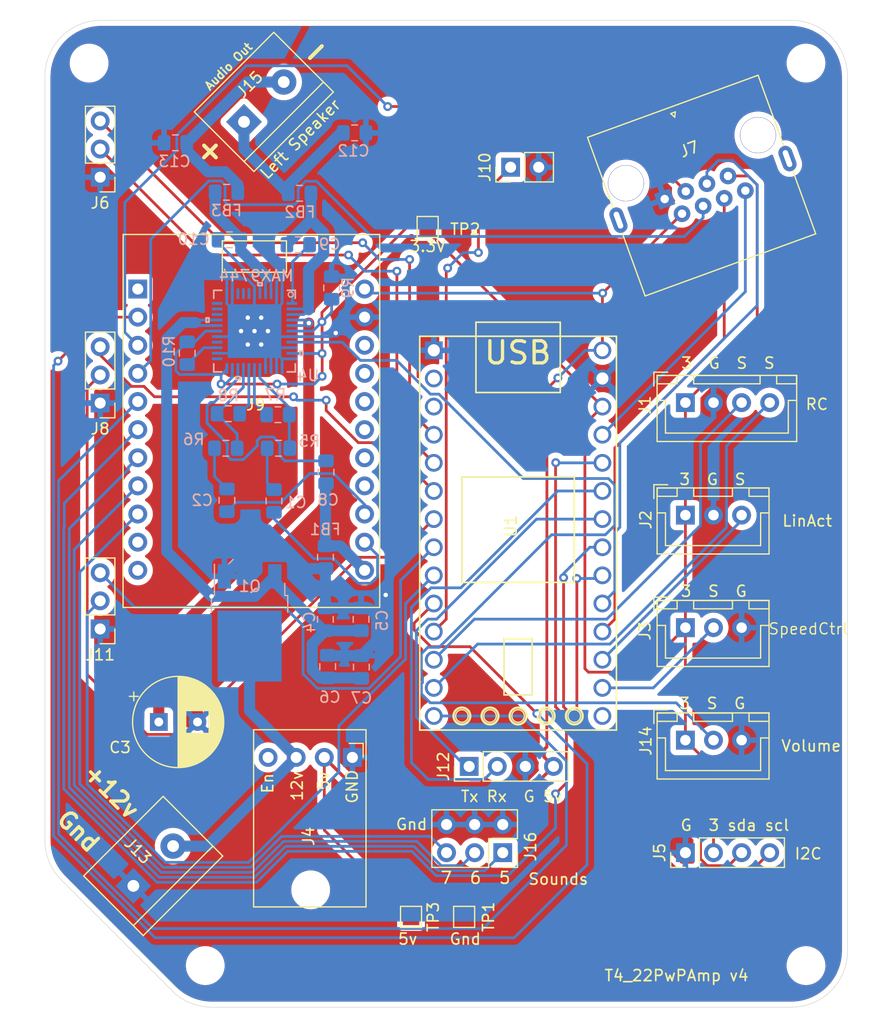
<source format=kicad_pcb>
(kicad_pcb (version 20211014) (generator pcbnew)
  (layers (0 "F.Cu" signal) (31 "B.Cu" signal) (34 "B.Paste" user) (35 "F.Paste" user) (36 "B.SilkS" user "B.Silkscreen") (37 "F.SilkS" user "F.Silkscreen") (38 "B.Mask" user) (39 "F.Mask" user) (44 "Edge.Cuts" user))
  (net 0 "")
  (net 1 "+5V")
  (net 2 "GND")
  (net 3 "+3V3")
  (net 13 "+12V")
  (net 14 "LeftIN")
  (net 15 "Net-(C1-Pad1)")
  (net 16 "Net-(C2-Pad1)")
  (net 17 "RightIN")
  (net 18 "Net-(C3-Pad1)")
  (net 19 "GNDA")
  (net 20 "Net-(C8-Pad1)")
  (net 21 "Net-(C9-Pad2)")
  (net 22 "Net-(C9-Pad1)")
  (net 23 "Net-(C10-Pad1)")
  (net 24 "Net-(C10-Pad2)")
  (net 25 "Net-(C12-Pad2)")
  (net 26 "Net-(C13-Pad1)")
  (net 27 "Net-(R5-Pad1)")
  (net 28 "Net-(R6-Pad1)")
  (net 29 "Net-(R7-Pad1)")
  (net 30 "Net-(R8-Pad1)")
  (net 31 "Net-(R10-Pad1)")
  (net 40 "LinAct_Position")
  (net 41 "SpeedCtrl")
  (net 42 "I2C_SDA")
  (net 43 "I2C_SCL")
  (net 44 "Steering")
  (net 45 "Throttle")
  (net 46 "Sound2")
  (net 47 "Sound1")
  (net 50 "RCPWMThrottle")
  (net 51 "RCPWMSteering")
  (net 52 "Left_DIR")
  (net 53 "Left_PWM")
  (net 54 "ActiveSW")
  (net 55 "Right_DIR")
  (net 56 "Right_PWM")
  (net 57 "LinAct_PWM")
  (net 58 "LinAct_DIR")
  (net 60 "VOL")
  (net 62 "PgSwitch")
  (net 63 "TxA6")
  (net 64 "RxA7")
  (net 65 "Sound0")
  (net 66 "Sound3")
  (net 67 "Sound4")
  (net 68 "Sound5")
  (net 69 "Sound6")
  (net 70 "Sound7")
  (footprint "Useful Modifications:TerminalBlock_bornier-2_P5.08mm" (layer "F.Cu") (at 116.2 147 45)
    (fp_text reference "J13")
    (fp_text value "Main Power")
  )
  (footprint "TestPoint:TestPoint_Pad_1.5x1.5mm" (layer "F.Cu") (at 146.1 149.8 90)
    (fp_text reference "TP1")
    (fp_text value "Gnd")
  )
  (footprint "Useful Modifications:TerminalBlock_bornier-2_P5.08mm" (layer "F.Cu") (at 126.2 78 45)
    (fp_text reference "J15")
    (fp_text value "Left Speaker")
  )
  (footprint "Connector_PinHeader_2.54mm:PinHeader_1x03_P2.54mm_Vertical" (layer "F.Cu") (at 113.2 83 180)
    (fp_text reference "J6")
    (fp_text value "Left_M1")
  )
  (footprint "Connector_PinHeader_2.54mm:PinHeader_1x03_P2.54mm_Vertical" (layer "F.Cu") (at 113.2 103.4 180)
    (fp_text reference "J8")
    (fp_text value "Right_M2")
  )
  (footprint "Connector_PinHeader_2.54mm:PinHeader_1x03_P2.54mm_Vertical" (layer "F.Cu") (at 113.2 123.8 180)
    (fp_text reference "J11")
    (fp_text value "LinAct_M3")
  )
  (footprint "Capacitor_THT:CP_Radial_D8.0mm_P3.50mm" (layer "F.Cu") (at 118.5 132.2)
    (fp_text reference "C3")
    (fp_text value "470µF")
  )
  (footprint "Useful Modifications:FXSound_2x11_P2.54mm_Short" (layer "F.Cu") (at 116.6 93.1)
    (fp_text reference "J9")
    (fp_text value "22Pin_FXSound")
  )
  (footprint "TestPoint:TestPoint_Pad_1.5x1.5mm" (layer "F.Cu") (at 142.8 87.5)
    (fp_text reference "TP2")
    (fp_text value "3.3V")
  )
  (footprint "Useful Modifications:AdaFruit_MPM3610" (layer "F.Cu") (at 136 135.4 -90)
    (fp_text reference "J4")
    (fp_text value "Power Input")
  )
  (footprint "MountingHole:MountingHole_2.5mm" (layer "F.Cu") (at 177 72.7)
    (fp_text reference "REF**" hide)
    (fp_text value "MountingHole_2.5mm")
  )
  (footprint "MountingHole:MountingHole_2.5mm" (layer "F.Cu") (at 122.7 154.2)
    (fp_text reference "REF**" hide)
    (fp_text value "MountingHole_2.5mm")
  )
  (footprint "Useful Modifications:RJ45_x08_Tab_Up" (layer "F.Cu") (at 166.55 80.3 -160)
    (fp_text reference "J7")
    (fp_text value "8P8C")
  )
  (footprint "Connector_PinHeader_2.54mm:PinHeader_1x04_P2.54mm_Vertical" (layer "F.Cu") (at 166.1 144 90)
    (fp_text reference "J5")
    (fp_text value "I2C")
  )
  (footprint "TestPoint:TestPoint_Pad_1.5x1.5mm" (layer "F.Cu") (at 141.3 149.8 -90)
    (fp_text reference "TP3")
    (fp_text value "5v")
  )
  (footprint "Useful Modifications:Teensy40_NoMid" (layer "F.Cu") (at 150.85 114.64 -90)
    (fp_text reference "U1")
    (fp_text value "Teensy4.0_NoMid")
  )
  (footprint "Connector_PinHeader_2.54mm:PinHeader_1x02_P2.54mm_Vertical" (layer "F.Cu") (at 150.3 82.1 90)
    (fp_text reference "J10")
    (fp_text value "Conn_01x02_Male")
  )
  (footprint "Connector_PinHeader_2.54mm:PinHeader_1x04_P2.54mm_Vertical" (layer "F.Cu") (at 146.5547 136.21236 90)
    (fp_text reference "J12")
    (fp_text value "Conn_01x04_Male")
  )
  (footprint "Useful Modifications:JST_XH_B4B-XH-A_1x04_P2.54mm_Vertical" (layer "F.Cu") (at 166.1 103.36)
    (fp_text reference "J1")
    (fp_text value "RC")
  )
  (footprint "Useful Modifications:JST_XH_B3B-XH-A_1x03_P2.54mm_Vertical" (layer "F.Cu") (at 166.1 113.52)
    (fp_text reference "J2")
    (fp_text value "LinAct")
  )
  (footprint "Useful Modifications:JST_XH_B3B-XH-A_1x03_P2.54mm_Vertical" (layer "F.Cu") (at 166.1 123.68)
    (fp_text reference "J3")
    (fp_text value "SpeedCtrl")
  )
  (footprint "Useful Modifications:JST_XH_B3B-XH-A_1x03_P2.54mm_Vertical" (layer "F.Cu") (at 166.1 133.84)
    (fp_text reference "J14")
    (fp_text value "Volume")
  )
  (footprint "MountingHole:MountingHole_2.5mm" (layer "F.Cu") (at 112.2 72.7)
    (fp_text reference "REF**" hide)
    (fp_text value "MountingHole_2.5mm")
  )
  (footprint "MountingHole:MountingHole_2.5mm" (layer "F.Cu") (at 177 154.2)
    (fp_text reference "REF**" hide)
    (fp_text value "MountingHole_2.5mm")
  )
  (footprint "Connector_PinSocket_2.54mm:PinSocket_2x03_P2.54mm_Vertical" (layer "F.Cu") (at 149.59 144 -90)
    (fp_text reference "J16")
    (fp_text value "Additional Sound Header")
  )
  (footprint "Resistor_SMD:R_0805_2012Metric_Pad1.15x1.40mm_HandSolder" (layer "B.Cu") (at 121.06586 98.8959 90)
    (fp_text reference "R10")
    (fp_text value "10K")
  )
  (footprint "Useful Modifications:max9744eth&plus_Mod" (layer "B.Cu") (at 127.15 96.9 180)
    (fp_text reference "U4")
    (fp_text value "MAX9744")
  )
  (footprint "Resistor_SMD:R_0805_2012Metric_Pad1.15x1.40mm_HandSolder" (layer "B.Cu") (at 134.124 92.9994 90)
    (fp_text reference "R9")
    (fp_text value "10K")
  )
  (footprint "Resistor_SMD:R_0805_2012Metric_Pad1.15x1.40mm_HandSolder" (layer "B.Cu") (at 124.78442 104.35944 180)
    (fp_text reference "R8")
    (fp_text value "20K")
  )
  (footprint "Resistor_SMD:R_0805_2012Metric_Pad1.15x1.40mm_HandSolder" (layer "B.Cu") (at 124.55836 107.4811 180)
    (fp_text reference "R6")
    (fp_text value "20K")
  )
  (footprint "Resistor_SMD:R_0805_2012Metric_Pad1.15x1.40mm_HandSolder" (layer "B.Cu") (at 129.26752 104.44834)
    (fp_text reference "R7")
    (fp_text value "20K")
  )
  (footprint "Useful Modifications:TO-252-2pin3D" (layer "B.Cu") (at 126.7082 123.2514 -90)
    (fp_text reference "Q1")
    (fp_text value "AOD417")
  )
  (footprint "Resistor_SMD:R_0805_2012Metric_Pad1.15x1.40mm_HandSolder" (layer "B.Cu") (at 129.31832 107.4811 180)
    (fp_text reference "R5")
    (fp_text value "20K")
  )
  (footprint "Inductor_SMD:L_0805_2012Metric_Pad1.15x1.40mm_HandSolder" (layer "B.Cu") (at 131.22586 84.456 180)
    (fp_text reference "FB2")
    (fp_text value "MPZ2012S221AT00")
  )
  (footprint "Capacitor_SMD:C_0805_2012Metric_Pad1.15x1.40mm_HandSolder" (layer "B.Cu") (at 136.81132 127.23722 -90)
    (fp_text reference "C7")
    (fp_text value "0.1µF")
  )
  (footprint "Capacitor_SMD:C_0805_2012Metric_Pad1.15x1.40mm_HandSolder" (layer "B.Cu") (at 124.88094 88.65462 180)
    (fp_text reference "C10")
    (fp_text value "0.1µF")
  )
  (footprint "Capacitor_SMD:C_0805_2012Metric_Pad1.15x1.40mm_HandSolder" (layer "B.Cu") (at 133.61854 109.64264 -90)
    (fp_text reference "C8")
    (fp_text value "2.2µF")
  )
  (footprint "Capacitor_SMD:C_0805_2012Metric_Pad1.15x1.40mm_HandSolder" (layer "B.Cu") (at 131.10648 89.10166)
    (fp_text reference "C9")
    (fp_text value "0.1µF")
  )
  (footprint "Capacitor_SMD:C_0805_2012Metric_Pad1.15x1.40mm_HandSolder" (layer "B.Cu") (at 136.78184 122.92912 -90)
    (fp_text reference "C5")
    (fp_text value "10µF")
  )
  (footprint "Capacitor_SMD:C_0805_2012Metric_Pad1.15x1.40mm_HandSolder" (layer "B.Cu") (at 133.55604 122.92912 -90)
    (fp_text reference "C4")
    (fp_text value "10µF")
  )
  (footprint "Capacitor_SMD:C_0805_2012Metric_Pad1.15x1.40mm_HandSolder" (layer "B.Cu") (at 120 79.8967 180)
    (fp_text reference "C13")
    (fp_text value "470pF")
  )
  (footprint "Capacitor_SMD:C_0805_2012Metric_Pad1.15x1.40mm_HandSolder" (layer "B.Cu") (at 128.91192 112.24106 -90)
    (fp_text reference "C1")
    (fp_text value "0.47µF")
  )
  (footprint "Inductor_SMD:L_0805_2012Metric_Pad1.15x1.40mm_HandSolder" (layer "B.Cu") (at 133.5652 117.3236 -90)
    (fp_text reference "FB1")
    (fp_text value "MPZ2012S221AT00")
  )
  (footprint "Inductor_SMD:L_0805_2012Metric_Pad1.15x1.40mm_HandSolder" (layer "B.Cu") (at 124.61424 84.36456)
    (fp_text reference "FB3")
    (fp_text value "MPZ2012S221AT00")
  )
  (footprint "Capacitor_SMD:C_0805_2012Metric_Pad1.15x1.40mm_HandSolder" (layer "B.Cu") (at 133.76586 127.19658 -90)
    (fp_text reference "C6")
    (fp_text value "0.1µF")
  )
  (footprint "Capacitor_SMD:C_0805_2012Metric_Pad1.15x1.40mm_HandSolder" (layer "B.Cu") (at 124.65742 112.1801 -90)
    (fp_text reference "C2")
    (fp_text value "0.47µF")
  )
  (footprint "Capacitor_SMD:C_0805_2012Metric_Pad1.15x1.40mm_HandSolder" (layer "B.Cu") (at 136.2 79 180)
    (fp_text reference "C12")
    (fp_text value "470pF")
  )
  (gr_arc (start 175.674 68.834) (mid 179.266102 70.321898) (end 180.754 73.914) (layer "Edge.Cuts") (width 0.05))
  (gr_line (start 113.284 68.834) (end 175.674 68.834) (layer "Edge.Cuts") (width 0.05))
  (gr_line (start 108.204 73.914) (end 108.2035 142.875) (layer "Edge.Cuts") (width 0.05))
  (gr_line (start 180.754 152.875) (end 180.754 73.914) (layer "Edge.Cuts") (width 0.05))
  (gr_arc (start 180.754 152.875) (mid 179.265925 156.467279) (end 175.6735 157.955) (layer "Edge.Cuts") (width 0.05))
  (gr_arc (start 109.691398 146.467102) (mid 108.590193 144.819032) (end 108.2035 142.875) (layer "Edge.Cuts") (width 0.05))
  (gr_arc (start 108.204 73.914) (mid 109.691898 70.321898) (end 113.284 68.834) (layer "Edge.Cuts") (width 0.05))
  (gr_line (start 123.2835 157.955) (end 175.6735 157.955) (layer "Edge.Cuts") (width 0.05))
  (gr_arc (start 123.2835 157.955) (mid 121.339468 157.568308) (end 119.691398 156.467102) (layer "Edge.Cuts") (width 0.05))
  (gr_line (start 109.691398 146.467102) (end 119.691398 156.467102) (layer "Edge.Cuts") (width 0.05))
  (gr_text "Gnd" (at 111.225 142.05 315) (layer "F.SilkS") (effects (font (size 1.5 1.5) (thickness 0.3))))
  (gr_text "Audio Out" (at 124.8 73 45) (layer "F.SilkS") (effects (font (size 0.75 0.75))))
  (gr_text "3  G  S  S" (at 165.63 99.79) (layer "F.SilkS") (effects (font (size 1 1)) (justify left)))
  (gr_text "3  G  S" (at 165.47 110.29) (layer "F.SilkS") (effects (font (size 1 1)) (justify left)))
  (gr_text "3  S  G" (at 165.46 130.52) (layer "F.SilkS") (effects (font (size 1 1)) (justify left)))
  (gr_text "G  3 sda scl" (at 165.575 141.525) (layer "F.SilkS") (effects (font (size 1 1)) (justify left)))
  (gr_text "3  S  G" (at 165.59 120.39) (layer "F.SilkS") (effects (font (size 1 1)) (justify left)))
  (gr_text "+12v" (at 114.225 138.45 315) (layer "F.SilkS") (effects (font (size 1.5 1.5) (thickness 0.3))))
  (gr_text "USB" (at 150.95 98.86) (layer "F.SilkS") (effects (font (size 2 2) (thickness 0.3))))
  (gr_text "Gnd" (at 141.351 141.44244) (layer "F.SilkS") (effects (font (size 1 1))))
  (gr_text "+" (at 123.025 80.575 45) (layer "F.SilkS") (effects (font (size 2 2) (thickness 0.35))))
  (gr_text "Tx Rx  G 5v" (at 150.3807 138.92276) (layer "F.SilkS") (effects (font (size 1 1))))
  (gr_text "T4_22PwPAmp v4" (at 165.3 155.1) (layer "F.SilkS") (effects (font (size 1 1))))
  (gr_text "Sounds" (at 154.61 146.39) (layer "F.SilkS") (effects (font (size 1 1))))
  (gr_text "7  6  5" (at 147.13 146.28) (layer "F.SilkS") (effects (font (size 1.0668 1.0668) (thickness 0.1524))))
  (gr_text "-" (at 132.6 71.6 45) (layer "F.SilkS") (effects (font (size 2 2) (thickness 0.35))))
  (segment (start 158.622201 93.472201) (end 165.795315 86.299087) (width 0.25) (layer "F.Cu") (net 1))
  (segment (start 151.40842 138.97864) (end 154.1747 136.21236) (width 0.3) (layer "F.Cu") (net 1))
  (segment (start 153.57094 134.44728) (end 153.324701 134.693519) (width 0.3) (layer "F.Cu") (net 1))
  (segment (start 153.324701 135.362361) (end 154.1747 136.21236) (width 0.3) (layer "F.Cu") (net 1))
  (segment (start 133.46 141.96) (end 141.3 149.8) (width 0.25) (layer "F.Cu") (net 1))
  (segment (start 133.46 135.4) (end 133.46 141.96) (width 0.25) (layer "F.Cu") (net 1))
  (segment (start 133.46 135.4) (end 137.03864 138.97864) (width 0.3) (layer "F.Cu") (net 1))
  (segment (start 153.584999 102.115001) (end 153.57094 134.44728) (width 0.25) (layer "F.Cu") (net 1))
  (segment (start 153.324701 134.693519) (end 153.324701 135.362361) (width 0.3) (layer "F.Cu") (net 1))
  (segment (start 154.57 101.13) (end 153.584999 102.115001) (width 0.25) (layer "F.Cu") (net 1))
  (segment (start 158.597 98.638) (end 158.597 93.497402) (width 0.25) (layer "F.Cu") (net 1))
  (segment (start 137.03864 138.97864) (end 151.40842 138.97864) (width 0.3) (layer "F.Cu") (net 1))
  (via (at 158.622201 93.472201) (size 0.8) (drill 0.4) (layers "F.Cu" "B.Cu") (net 1))
  (via (at 154.57 101.13) (size 0.8) (drill 0.4) (layers "F.Cu" "B.Cu") (net 1))
  (segment (start 137.472201 93.472201) (end 137.1 93.1) (width 0.25) (layer "B.Cu") (net 1))
  (segment (start 157.062 98.638) (end 158.597 98.638) (width 0.25) (layer "B.Cu") (net 1))
  (segment (start 154.57 101.13) (end 157.062 98.638) (width 0.25) (layer "B.Cu") (net 1))
  (segment (start 158.622201 93.472201) (end 137.472201 93.472201) (width 0.25) (layer "B.Cu") (net 1))
  (via (at 139.01 120.73) (size 0.8) (drill 0.4) (layers "F.Cu" "B.Cu") (net 2))
  (via (at 134.493 97.075) (size 0.8) (drill 0.4) (layers "F.Cu" "B.Cu") (net 2))
  (segment (start 129.639 100.3476) (end 129.639 99.402) (width 0.25) (layer "B.Cu") (net 2))
  (segment (start 129.139001 93.4564) (end 129.139001 94.901999) (width 0.25) (layer "B.Cu") (net 2))
  (segment (start 129.139001 94.901999) (end 127.139 96.902) (width 0.25) (layer "B.Cu") (net 2))
  (segment (start 130.5846 99.402) (end 129.639 99.402) (width 0.25) (layer "B.Cu") (net 2))
  (segment (start 128.139001 97.902001) (end 127.139 96.902) (width 0.25) (layer "B.Cu") (net 2))
  (segment (start 133.55604 120.22836) (end 133.55604 118.35776) (width 1) (layer "B.Cu") (net 2))
  (segment (start 129.639 93.4564) (end 129.639 94.402) (width 0.25) (layer "B.Cu") (net 2))
  (segment (start 127.638999 97.401999) (end 127.139 96.902) (width 0.25) (layer "B.Cu") (net 2))
  (segment (start 130.5846 97.401999) (end 127.638999 97.401999) (width 0.25) (layer "B.Cu") (net 2))
  (segment (start 124.639 93.4564) (end 124.639 94.402) (width 0.25) (layer "B.Cu") (net 2))
  (segment (start 129.139001 100.3476) (end 129.139001 98.902001) (width 0.25) (layer "B.Cu") (net 2))
  (segment (start 126.639001 97.401999) (end 127.139 96.902) (width 0.25) (layer "B.Cu") (net 2))
  (segment (start 129.639 99.402) (end 127.139 96.902) (width 0.25) (layer "B.Cu") (net 2))
  (segment (start 128.139001 100.3476) (end 128.139001 97.902001) (width 0.25) (layer "B.Cu") (net 2))
  (segment (start 127.139 93.4564) (end 127.139 96.902) (width 0.25) (layer "B.Cu") (net 2))
  (segment (start 129.139001 98.902001) (end 127.139 96.902) (width 0.25) (layer "B.Cu") (net 2))
  (segment (start 130.5846 98.402) (end 128.639 98.402) (width 0.25) (layer "B.Cu") (net 2))
  (segment (start 123.6934 98.902001) (end 125.138999 98.902001) (width 0.25) (layer "B.Cu") (net 2))
  (segment (start 128.639 98.402) (end 127.139 96.902) (width 0.25) (layer "B.Cu") (net 2))
  (segment (start 125.138999 98.902001) (end 127.139 96.902) (width 0.25) (layer "B.Cu") (net 2))
  (segment (start 123.6934 97.401999) (end 126.639001 97.401999) (width 0.25) (layer "B.Cu") (net 2))
  (segment (start 128.639 100.3476) (end 128.639 98.402) (width 0.25) (layer "B.Cu") (net 2))
  (segment (start 124.639 94.402) (end 127.139 96.902) (width 0.25) (layer "B.Cu") (net 2))
  (segment (start 125.138999 93.4564) (end 125.138999 94.901999) (width 0.25) (layer "B.Cu") (net 2))
  (segment (start 129.639 94.402) (end 127.139 96.902) (width 0.25) (layer "B.Cu") (net 2))
  (segment (start 125.138999 94.901999) (end 127.139 96.902) (width 0.25) (layer "B.Cu") (net 2))
  (segment (start 133.8065 126.21222) (end 133.76586 126.17158) (width 1) (layer "B.Cu") (net 2))
  (segment (start 130.148201 117.251399) (end 126.228201 117.251399) (width 1) (layer "B.Cu") (net 2))
  (segment (start 126.228201 117.251399) (end 124.4282 119.0514) (width 1) (layer "B.Cu") (net 2))
  (segment (start 133.55604 121.90412) (end 133.55604 120.22836) (width 1) (layer "B.Cu") (net 2))
  (segment (start 136.81132 126.21222) (end 133.8065 126.21222) (width 1) (layer "B.Cu") (net 2))
  (segment (start 131.245402 118.3486) (end 130.148201 117.251399) (width 1) (layer "B.Cu") (net 2))
  (segment (start 133.55604 118.35776) (end 133.5652 118.3486) (width 1) (layer "B.Cu") (net 2))
  (segment (start 133.5652 118.3486) (end 131.245402 118.3486) (width 1) (layer "B.Cu") (net 2))
  (segment (start 136.78184 121.90412) (end 133.55604 121.90412) (width 1) (layer "B.Cu") (net 2))
  (segment (start 125.799998 92.2) (end 125.149999 91.550001) (width 0.25) (layer "B.Cu") (net 2))
  (segment (start 129.65 93.5218) (end 129.65 91.95) (width 0.25) (layer "B.Cu") (net 2))
  (segment (start 129.150001 93.5218) (end 129.150001 92.449999) (width 0.25) (layer "B.Cu") (net 2))
  (segment (start 138.18185 122.60413) (end 138.18185 124.84169) (width 1) (layer "B.Cu") (net 2))
  (segment (start 129.65 91.95) (end 129.65 91.35) (width 0.25) (layer "B.Cu") (net 2))
  (segment (start 127.15 93.5218) (end 127.15 92.85) (width 0.25) (layer "B.Cu") (net 2))
  (segment (start 129.150001 92.449999) (end 129.65 91.95) (width 0.25) (layer "B.Cu") (net 2))
  (segment (start 134.168001 97.399999) (end 134.493 97.075) (width 0.25) (layer "B.Cu") (net 2))
  (segment (start 130.5282 97.399999) (end 133.300001 97.399999) (width 0.25) (layer "B.Cu") (net 2))
  (segment (start 125.149999 91.550001) (end 125.149999 93.5218) (width 0.25) (layer "B.Cu") (net 2))
  (segment (start 138.18185 124.84169) (end 136.81132 126.21222) (width 1) (layer "B.Cu") (net 2))
  (segment (start 127.15 92.85) (end 126.5 92.2) (width 0.25) (layer "B.Cu") (net 2))
  (segment (start 137.48184 121.90412) (end 138.18185 122.60413) (width 1) (layer "B.Cu") (net 2))
  (segment (start 124.65 93.5218) (end 124.65 91.45) (width 0.25) (layer "B.Cu") (net 2))
  (segment (start 136.78184 121.90412) (end 137.48184 121.90412) (width 1) (layer "B.Cu") (net 2))
  (segment (start 126.5 92.2) (end 125.799998 92.2) (width 0.25) (layer "B.Cu") (net 2))
  (segment (start 133.300001 97.399999) (end 134.168001 97.399999) (width 0.25) (layer "B.Cu") (net 2))
  (segment (start 133.266878 98.93177) (end 133.258494 98.923386) (width 0.25) (layer "F.Cu") (net 3))
  (segment (start 124.131502 101.679602) (end 129.196307 101.679602) (width 0.25) (layer "F.Cu") (net 3))
  (segment (start 133.258494 98.923386) (end 133.258494 96.079674) (width 0.25) (layer "F.Cu") (net 3))
  (segment (start 129.196307 101.679602) (end 129.196423 101.679718) (width 0.25) (layer "F.Cu") (net 3))
  (segment (start 133.258494 96.079674) (end 133.245721 96.066901) (width 0.25) (layer "F.Cu") (net 3))
  (segment (start 133.266878 100.982382) (end 133.266878 98.93177) (width 0.25) (layer "F.Cu") (net 3))
  (segment (start 171.785253 82.892392) (end 172.593044 83.700183) (width 0.25) (layer "F.Cu") (net 3))
  (segment (start 140.960998 87.5) (end 142.8 87.5) (width 0.25) (layer "F.Cu") (net 3))
  (segment (start 162.077 127.703) (end 166.1 123.68) (width 0.25) (layer "F.Cu") (net 3))
  (segment (start 157.340864 127.703) (end 162.077 127.703) (width 0.25) (layer "F.Cu") (net 3))
  (segment (start 157.015 105.3) (end 157.015 127.377136) (width 0.25) (layer "F.Cu") (net 3))
  (segment (start 133.245721 96.066901) (end 133.245721 95.215277) (width 0.25) (layer "F.Cu") (net 3))
  (segment (start 168.64 136.38) (end 166.1 133.84) (width 0.25) (layer "F.Cu") (net 3))
  (segment (start 166.1 123.68) (end 166.1 113.52) (width 0.25) (layer "F.Cu") (net 3))
  (segment (start 142.8 87.921) (end 158.597 103.718) (width 0.25) (layer "F.Cu") (net 3))
  (segment (start 133.245721 95.215277) (end 140.960998 87.5) (width 0.25) (layer "F.Cu") (net 3))
  (segment (start 157.015 127.377136) (end 157.340864 127.703) (width 0.25) (layer "F.Cu") (net 3))
  (segment (start 158.597 103.718) (end 157.015 105.3) (width 0.25) (layer "F.Cu") (net 3))
  (segment (start 169.950761 82.892392) (end 171.785253 82.892392) (width 0.25) (layer "F.Cu") (net 3))
  (segment (start 142.8 87.5) (end 142.8 87.921) (width 0.25) (layer "F.Cu") (net 3))
  (segment (start 168.64 144) (end 168.64 136.38) (width 0.25) (layer "F.Cu") (net 3))
  (segment (start 172.593044 96.866956) (end 166.1 103.36) (width 0.25) (layer "F.Cu") (net 3))
  (segment (start 166.1 113.52) (end 166.1 103.36) (width 0.25) (layer "F.Cu") (net 3))
  (segment (start 166.1 133.84) (end 166.1 123.68) (width 0.25) (layer "F.Cu") (net 3))
  (segment (start 172.593044 83.700183) (end 172.593044 96.866956) (width 0.25) (layer "F.Cu") (net 3))
  (via (at 133.245721 96.066901) (size 0.8) (drill 0.4) (layers "F.Cu" "B.Cu") (net 3))
  (via (at 133.266878 100.982382) (size 0.8) (drill 0.4) (layers "F.Cu" "B.Cu") (net 3))
  (via (at 133.258494 98.923386) (size 0.8) (drill 0.4) (layers "F.Cu" "B.Cu") (net 3))
  (via (at 129.196423 101.679718) (size 0.8) (drill 0.4) (layers "F.Cu" "B.Cu") (net 3))
  (via (at 124.131502 101.679602) (size 0.8) (drill 0.4) (layers "F.Cu" "B.Cu") (net 3))
  (segment (start 121.06586 97.8709) (end 120.04085 98.89591) (width 0.25) (layer "B.Cu") (net 3))
  (segment (start 129.196423 101.679718) (end 132.569542 101.679718) (width 0.25) (layer "B.Cu") (net 3))
  (segment (start 125.138999 101.061001) (end 124.520398 101.679602) (width 0.25) (layer "B.Cu") (net 3))
  (segment (start 123.78143 100.82091) (end 124.16569 100.82091) (width 0.25) (layer "B.Cu") (net 3))
  (segment (start 124.131502 101.679602) (end 124.131502 100.855098) (width 0.25) (layer "B.Cu") (net 3))
  (segment (start 124.131502 100.855098) (end 124.16569 100.82091) (width 0.25) (layer "B.Cu") (net 3))
  (segment (start 132.40334 96.902) (end 132.406981 96.905641) (width 0.25) (layer "B.Cu") (net 3))
  (segment (start 133.258494 98.923386) (end 130.605985 98.923386) (width 0.25) (layer "B.Cu") (net 3))
  (segment (start 125.138999 100.3476) (end 125.138999 101.061001) (width 0.25) (layer "B.Cu") (net 3))
  (segment (start 130.5846 96.902) (end 132.40334 96.902) (width 0.25) (layer "B.Cu") (net 3))
  (segment (start 124.16569 100.82091) (end 124.639 100.3476) (width 0.25) (layer "B.Cu") (net 3))
  (segment (start 121.06586 97.8709) (end 121.76586 97.8709) (width 0.25) (layer "B.Cu") (net 3))
  (segment (start 124.520398 101.679602) (end 124.131502 101.679602) (width 0.25) (layer "B.Cu") (net 3))
  (segment (start 120.04085 100.48408) (end 120.37768 100.82091) (width 0.25) (layer "B.Cu") (net 3))
  (segment (start 121.76586 97.8709) (end 122.73476 96.902) (width 0.25) (layer "B.Cu") (net 3))
  (segment (start 132.406981 96.905641) (end 133.245721 96.066901) (width 0.25) (layer "B.Cu") (net 3))
  (segment (start 130.605985 98.923386) (end 130.5846 98.902001) (width 0.25) (layer "B.Cu") (net 3))
  (segment (start 133.245721 96.066901) (end 134.124 95.188622) (width 0.25) (layer "B.Cu") (net 3))
  (segment (start 122.73476 96.902) (end 123.6934 96.902) (width 0.25) (layer "B.Cu") (net 3))
  (segment (start 132.569542 101.679718) (end 133.266878 100.982382) (width 0.25) (layer "B.Cu") (net 3))
  (segment (start 120.04085 98.89591) (end 120.04085 100.48408) (width 0.25) (layer "B.Cu") (net 3))
  (segment (start 120.37768 100.82091) (end 123.78143 100.82091) (width 0.25) (layer "B.Cu") (net 3))
  (segment (start 134.124 95.188622) (end 134.124 94.0244) (width 0.25) (layer "B.Cu") (net 3))
  (segment (start 126.7082 131.1882) (end 130.92 135.4) (width 1) (layer "B.Cu") (net 13))
  (segment (start 130.92 135.4) (end 122.912102 143.407898) (width 1) (layer "B.Cu") (net 13))
  (segment (start 126.7082 125.3514) (end 126.7082 131.1882) (width 1) (layer "B.Cu") (net 13))
  (segment (start 122.912102 143.407898) (end 119.792102 143.407898) (width 1) (layer "B.Cu") (net 13))
  (segment (start 128.91192 113.84106) (end 132.51945 117.44859) (width 0.25) (layer "B.Cu") (net 14))
  (segment (start 137.664001 119.675001) (end 138.275001 119.064001) (width 0.25) (layer "B.Cu") (net 14))
  (segment (start 128.91192 113.26606) (end 128.91192 113.84106) (width 0.25) (layer "B.Cu") (net 14))
  (segment (start 136.535999 119.675001) (end 137.664001 119.675001) (width 0.25) (layer "B.Cu") (net 14))
  (segment (start 132.51945 117.44859) (end 134.309588 117.44859) (width 0.25) (layer "B.Cu") (net 14))
  (segment (start 138.275001 119.064001) (end 138.275001 117.135001) (width 0.25) (layer "B.Cu") (net 14))
  (segment (start 134.309588 117.44859) (end 136.535999 119.675001) (width 0.25) (layer "B.Cu") (net 14))
  (segment (start 138.275001 117.135001) (end 137.1 115.96) (width 0.25) (layer "B.Cu") (net 14))
  (segment (start 128.29332 107.4811) (end 128.29332 110.59746) (width 0.25) (layer "B.Cu") (net 15))
  (segment (start 128.29332 110.59746) (end 128.91192 111.21606) (width 0.25) (layer "B.Cu") (net 15))
  (segment (start 123.53336 107.4811) (end 123.53336 110.03104) (width 0.25) (layer "B.Cu") (net 16))
  (segment (start 123.53336 110.03104) (end 124.65742 111.1551) (width 0.25) (layer "B.Cu") (net 16))
  (segment (start 125.49647 112.36605) (end 124.65742 113.2051) (width 0.25) (layer "B.Cu") (net 17))
  (segment (start 129.53395 112.36605) (end 125.49647 112.36605) (width 0.25) (layer "B.Cu") (net 17))
  (segment (start 132.13237 109.76763) (end 129.53395 112.36605) (width 0.25) (layer "B.Cu") (net 17))
  (segment (start 137.1 113.42) (end 137.1 112.56091) (width 0.25) (layer "B.Cu") (net 17))
  (segment (start 137.1 112.56091) (end 134.30672 109.76763) (width 0.25) (layer "B.Cu") (net 17))
  (segment (start 134.30672 109.76763) (end 132.13237 109.76763) (width 0.25) (layer "B.Cu") (net 17))
  (segment (start 132.05898 112.06062) (end 123.268199 120.851401) (width 1) (layer "F.Cu") (net 18))
  (segment (start 118.5 125.6196) (end 118.5 132.2) (width 1) (layer "F.Cu") (net 18))
  (segment (start 132.05898 96.177) (end 132.05898 112.06062) (width 1) (layer "F.Cu") (net 18))
  (segment (start 123.268199 120.851401) (end 118.5 125.6196) (width 1) (layer "F.Cu") (net 18))
  (via (at 132.05898 96.177) (size 0.8) (drill 0.4) (layers "F.Cu" "B.Cu") (net 18))
  (via (at 123.268199 120.851401) (size 0.8) (drill 0.4) (layers "F.Cu" "B.Cu") (net 18))
  (segment (start 130.5846 96.402001) (end 131.833979 96.402001) (width 0.25) (layer "B.Cu") (net 18))
  (segment (start 128.9882 119.0514) (end 127.188199 120.851401) (width 1) (layer "B.Cu") (net 18))
  (segment (start 123.6934 95.901999) (end 122.027761 95.901999) (width 0.25) (layer "B.Cu") (net 18))
  (segment (start 127.188199 120.851401) (end 123.268199 120.851401) (width 1) (layer "B.Cu") (net 18))
  (segment (start 131.833979 96.402001) (end 132.05898 96.177) (width 0.25) (layer "B.Cu") (net 18))
  (segment (start 122.027761 95.901999) (end 121.79992 96.12984) (width 0.25) (layer "B.Cu") (net 18))
  (segment (start 119.21584 97.6024) (end 119.21584 116.799042) (width 1) (layer "B.Cu") (net 18))
  (segment (start 119.21584 116.799042) (end 123.268199 120.851401) (width 1) (layer "B.Cu") (net 18))
  (segment (start 121.79992 96.12984) (end 120.6884 96.12984) (width 1) (layer "B.Cu") (net 18))
  (segment (start 120.6884 96.12984) (end 119.21584 97.6024) (width 1) (layer "B.Cu") (net 18))
  (segment (start 131.783979 95.901999) (end 132.05898 96.177) (width 0.25) (layer "B.Cu") (net 18))
  (segment (start 130.5846 95.901999) (end 131.783979 95.901999) (width 0.25) (layer "B.Cu") (net 18))
  (segment (start 122.072081 96.402001) (end 121.79992 96.12984) (width 0.25) (layer "B.Cu") (net 18))
  (segment (start 123.6934 96.402001) (end 122.072081 96.402001) (width 0.25) (layer "B.Cu") (net 18))
  (segment (start 136.77068 128.22158) (end 136.81132 128.26222) (width 1) (layer "B.Cu") (net 18))
  (segment (start 132.36585 125.14431) (end 132.36585 127.52157) (width 1) (layer "B.Cu") (net 18))
  (segment (start 133.06586 128.22158) (end 133.76586 128.22158) (width 1) (layer "B.Cu") (net 18))
  (segment (start 133.55604 123.95412) (end 132.36585 125.14431) (width 1) (layer "B.Cu") (net 18))
  (segment (start 132.36585 127.52157) (end 133.06586 128.22158) (width 1) (layer "B.Cu") (net 18))
  (segment (start 128.9882 119.5514) (end 133.39092 123.95412) (width 1) (layer "B.Cu") (net 18))
  (segment (start 128.9882 119.0514) (end 128.9882 119.5514) (width 1) (layer "B.Cu") (net 18))
  (segment (start 133.39092 123.95412) (end 133.55604 123.95412) (width 1) (layer "B.Cu") (net 18))
  (segment (start 133.55604 123.95412) (end 136.78184 123.95412) (width 1) (layer "B.Cu") (net 18))
  (segment (start 133.76586 128.22158) (end 136.77068 128.22158) (width 1) (layer "B.Cu") (net 18))
  (segment (start 134.8986 116.2986) (end 137.1 118.5) (width 1) (layer "B.Cu") (net 19))
  (segment (start 133.5652 116.2986) (end 134.8986 116.2986) (width 1) (layer "B.Cu") (net 19))
  (segment (start 133.5652 110.72098) (end 133.61854 110.66764) (width 1) (layer "B.Cu") (net 19))
  (segment (start 133.5652 116.2986) (end 133.5652 110.72098) (width 1) (layer "B.Cu") (net 19))
  (segment (start 122.85941 105.21896) (end 124.68335 107.0429) (width 0.25) (layer "B.Cu") (net 20))
  (segment (start 127.73014 106.45609) (end 128.8565 106.45609) (width 0.25) (layer "B.Cu") (net 20))
  (segment (start 124.68335 107.0429) (end 124.68335 108.16928) (width 0.25) (layer "B.Cu") (net 20))
  (segment (start 127.39331 106.79292) (end 127.73014 106.45609) (width 0.25) (layer "B.Cu") (net 20))
  (segment (start 127.39331 107.25934) (end 127.39331 106.79292) (width 0.25) (layer "B.Cu") (net 20))
  (segment (start 125.639 101.19741) (end 123.50198 103.33443) (width 0.25) (layer "B.Cu") (net 20))
  (segment (start 129.44331 107.0429) (end 129.44331 108.16928) (width 0.25) (layer "B.Cu") (net 20))
  (segment (start 129.44331 108.16928) (end 129.89167 108.61764) (width 0.25) (layer "B.Cu") (net 20))
  (segment (start 123.50198 103.33443) (end 123.19624 103.33443) (width 0.25) (layer "B.Cu") (net 20))
  (segment (start 123.19624 103.33443) (end 122.85941 103.67126) (width 0.25) (layer "B.Cu") (net 20))
  (segment (start 122.85941 103.67126) (end 122.85941 105.21896) (width 0.25) (layer "B.Cu") (net 20))
  (segment (start 126.14654 108.50611) (end 127.39331 107.25934) (width 0.25) (layer "B.Cu") (net 20))
  (segment (start 125.639 100.3476) (end 125.639 101.19741) (width 0.25) (layer "B.Cu") (net 20))
  (segment (start 129.89167 108.61764) (end 133.61854 108.61764) (width 0.25) (layer "B.Cu") (net 20))
  (segment (start 128.8565 106.45609) (end 129.44331 107.0429) (width 0.25) (layer "B.Cu") (net 20))
  (segment (start 125.02018 108.50611) (end 126.14654 108.50611) (width 0.25) (layer "B.Cu") (net 20))
  (segment (start 124.68335 108.16928) (end 125.02018 108.50611) (width 0.25) (layer "B.Cu") (net 20))
  (segment (start 130.5846 90.64854) (end 132.13148 89.10166) (width 0.25) (layer "B.Cu") (net 21))
  (segment (start 130.5846 94.402) (end 130.5846 90.64854) (width 0.25) (layer "B.Cu") (net 21))
  (segment (start 133.40649 89.94517) (end 132.03612 91.31554) (width 1) (layer "B.Cu") (net 22))
  (segment (start 132.03612 91.31554) (end 132.03612 94.97922) (width 1) (layer "B.Cu") (net 22))
  (segment (start 130.5846 94.901999) (end 131.958899 94.901999) (width 0.25) (layer "B.Cu") (net 22))
  (segment (start 130.08148 89.03314) (end 130.08148 89.10166) (width 1) (layer "B.Cu") (net 22))
  (segment (start 133.40649 88.01939) (end 133.40649 89.94517) (width 1) (layer "B.Cu") (net 22))
  (segment (start 131.958899 94.901999) (end 132.03612 94.97922) (width 0.25) (layer "B.Cu") (net 22))
  (segment (start 130.5846 95.402) (end 131.61334 95.402) (width 0.25) (layer "B.Cu") (net 22))
  (segment (start 131.61334 95.402) (end 132.03612 94.97922) (width 0.25) (layer "B.Cu") (net 22))
  (segment (start 132.25086 86.86376) (end 133.40649 88.01939) (width 1) (layer "B.Cu") (net 22))
  (segment (start 132.25086 86.86376) (end 130.08148 89.03314) (width 1) (layer "B.Cu") (net 22))
  (segment (start 132.25086 84.456) (end 132.25086 86.86376) (width 1) (layer "B.Cu") (net 22))
  (segment (start 128.139001 93.4564) (end 128.139001 92.216459) (width 0.25) (layer "B.Cu") (net 23))
  (segment (start 128.139001 92.216459) (end 128.32264 92.03282) (width 0.25) (layer "B.Cu") (net 23))
  (segment (start 128.639 93.4564) (end 128.639 92.34918) (width 0.25) (layer "B.Cu") (net 23))
  (segment (start 128.639 92.34918) (end 128.32264 92.03282) (width 0.25) (layer "B.Cu") (net 23))
  (segment (start 125.90594 89.61612) (end 128.32264 92.03282) (width 1) (layer "B.Cu") (net 23))
  (segment (start 125.90594 88.65462) (end 125.90594 89.61612) (width 1) (layer "B.Cu") (net 23))
  (segment (start 125.90594 88.5861) (end 125.90594 88.65462) (width 1) (layer "B.Cu") (net 23))
  (segment (start 123.58924 86.2694) (end 125.90594 88.5861) (width 1) (layer "B.Cu") (net 23))
  (segment (start 123.58924 84.36456) (end 123.58924 86.2694) (width 1) (layer "B.Cu") (net 23))
  (segment (start 127.638999 92.694397) (end 127.638999 93.4564) (width 0.25) (layer "B.Cu") (net 24))
  (segment (start 123.85594 88.911338) (end 127.638999 92.694397) (width 0.25) (layer "B.Cu") (net 24))
  (segment (start 123.85594 89.008141) (end 123.85594 88.65462) (width 0.25) (layer "B.Cu") (net 24))
  (segment (start 123.85594 88.65462) (end 123.85594 88.911338) (width 0.25) (layer "B.Cu") (net 24))
  (segment (start 126.2 80.45514) (end 130.20086 84.456) (width 1) (layer "B.Cu") (net 25))
  (segment (start 130.20086 83.75107) (end 134.95193 79) (width 1) (layer "B.Cu") (net 25))
  (segment (start 126.2 78) (end 126.2 80.45514) (width 1) (layer "B.Cu") (net 25))
  (segment (start 130.20086 83.97414) (end 130.20086 84.456) (width 1) (layer "B.Cu") (net 25))
  (segment (start 130.20086 84.456) (end 130.20086 83.75107) (width 1) (layer "B.Cu") (net 25))
  (segment (start 134.95193 79) (end 135.175 79) (width 1) (layer "B.Cu") (net 25))
  (segment (start 124.494151 82.514541) (end 125.63924 83.65963) (width 1) (layer "B.Cu") (net 26))
  (segment (start 121.025 79.8967) (end 121.025 80.5967) (width 1) (layer "B.Cu") (net 26))
  (segment (start 121.025 79.8967) (end 126.513802 74.407898) (width 1) (layer "B.Cu") (net 26))
  (segment (start 125.63924 83.65963) (end 125.63924 84.36456) (width 1) (layer "B.Cu") (net 26))
  (segment (start 121.025 80.5967) (end 122.94284 82.51454) (width 1) (layer "B.Cu") (net 26))
  (segment (start 122.94284 82.51454) (end 124.494151 82.514541) (width 1) (layer "B.Cu") (net 26))
  (segment (start 126.513802 74.407898) (end 129.792102 74.407898) (width 1) (layer "B.Cu") (net 26))
  (segment (start 130.29252 103.801121) (end 130.29252 104.44834) (width 0.25) (layer "B.Cu") (net 27))
  (segment (start 130.29252 107.4303) (end 130.34332 107.4811) (width 0.25) (layer "B.Cu") (net 27))
  (segment (start 127.638999 101.1476) (end 130.29252 103.801121) (width 0.25) (layer "B.Cu") (net 27))
  (segment (start 127.638999 100.3476) (end 127.638999 101.1476) (width 0.25) (layer "B.Cu") (net 27))
  (segment (start 130.29252 104.44834) (end 130.29252 107.4303) (width 0.25) (layer "B.Cu") (net 27))
  (segment (start 123.75942 104.35944) (end 125.58336 106.18338) (width 0.25) (layer "B.Cu") (net 28))
  (segment (start 126.138999 101.979861) (end 123.75942 104.35944) (width 0.25) (layer "B.Cu") (net 28))
  (segment (start 126.138999 100.3476) (end 126.138999 101.979861) (width 0.25) (layer "B.Cu") (net 28))
  (segment (start 125.58336 106.18338) (end 125.58336 107.4811) (width 0.25) (layer "B.Cu") (net 28))
  (segment (start 127.139 100.3476) (end 127.139 103.34482) (width 0.25) (layer "B.Cu") (net 29))
  (segment (start 127.139 103.34482) (end 128.24252 104.44834) (width 0.25) (layer "B.Cu") (net 29))
  (segment (start 126.639001 100.3476) (end 126.639001 103.529859) (width 0.25) (layer "B.Cu") (net 30))
  (segment (start 126.639001 103.529859) (end 125.80942 104.35944) (width 0.25) (layer "B.Cu") (net 30))
  (segment (start 122.58476 98.402) (end 123.6934 98.402) (width 0.25) (layer "B.Cu") (net 31))
  (segment (start 121.06586 99.9209) (end 122.58476 98.402) (width 0.25) (layer "B.Cu") (net 31))
  (segment (start 171.18 113.995) (end 171.18 113.52) (width 0.25) (layer "B.Cu") (net 40))
  (segment (start 158.597 126.578) (end 171.18 113.995) (width 0.25) (layer "B.Cu") (net 40))
  (segment (start 163.202 129.118) (end 168.64 123.68) (width 0.25) (layer "B.Cu") (net 41))
  (segment (start 158.597 129.118) (end 163.202 129.118) (width 0.25) (layer "B.Cu") (net 41))
  (segment (start 168.075999 145.175001) (end 170.004999 145.175001) (width 0.25) (layer "F.Cu") (net 42))
  (segment (start 167.464999 144.564001) (end 168.075999 145.175001) (width 0.25) (layer "F.Cu") (net 42))
  (segment (start 170.004999 145.175001) (end 171.18 144) (width 0.25) (layer "F.Cu") (net 42))
  (segment (start 156.29 131.395002) (end 156.29 119.24) (width 0.25) (layer "F.Cu") (net 42))
  (segment (start 167.464999 142.570001) (end 167.464999 144.564001) (width 0.25) (layer "F.Cu") (net 42))
  (segment (start 156.29 131.395002) (end 167.464999 142.570001) (width 0.25) (layer "F.Cu") (net 42))
  (via (at 156.29 119.24) (size 0.8) (drill 0.4) (layers "F.Cu" "B.Cu") (net 42))
  (segment (start 158.315 119.24) (end 158.597 118.958) (width 0.25) (layer "B.Cu") (net 42))
  (segment (start 156.29 119.24) (end 158.315 119.24) (width 0.25) (layer "B.Cu") (net 42))
  (segment (start 158.930009 134.671421) (end 158.930009 139.115011) (width 0.25) (layer "F.Cu") (net 43))
  (segment (start 165.440008 145.62501) (end 172.09499 145.62501) (width 0.25) (layer "F.Cu") (net 43))
  (segment (start 158.930009 139.115011) (end 165.440008 145.62501) (width 0.25) (layer "F.Cu") (net 43))
  (segment (start 155.09 130.831412) (end 158.930009 134.671421) (width 0.25) (layer "F.Cu") (net 43))
  (segment (start 172.09499 145.62501) (end 173.72 144) (width 0.25) (layer "F.Cu") (net 43))
  (segment (start 155.09 119.17) (end 155.09 130.831412) (width 0.25) (layer "F.Cu") (net 43))
  (via (at 155.09 119.17) (size 0.8) (drill 0.4) (layers "F.Cu" "B.Cu") (net 43))
  (segment (start 157.46563 116.418) (end 155.09 118.79363) (width 0.25) (layer "B.Cu") (net 43))
  (segment (start 158.597 116.418) (end 157.46563 116.418) (width 0.25) (layer "B.Cu") (net 43))
  (segment (start 155.09 118.79363) (end 155.09 119.17) (width 0.25) (layer "B.Cu") (net 43))
  (segment (start 168.043185 83.586692) (end 168.043185 82.526032) (width 0.25) (layer "B.Cu") (net 44))
  (segment (start 159.722001 115.072997) (end 159.722001 120.372999) (width 0.25) (layer "B.Cu") (net 44))
  (segment (start 159.722001 120.372999) (end 158.597 121.498) (width 0.25) (layer "B.Cu") (net 44))
  (segment (start 160.172011 107.002987) (end 160.172011 114.622987) (width 0.25) (layer "B.Cu") (net 44))
  (segment (start 172.593044 83.700183) (end 172.593044 94.581954) (width 0.25) (layer "B.Cu") (net 44))
  (segment (start 168.043185 82.526032) (end 169.079217 81.49) (width 0.25) (layer "B.Cu") (net 44))
  (segment (start 169.079217 81.49) (end 170.382861 81.49) (width 0.25) (layer "B.Cu") (net 44))
  (segment (start 160.172011 114.622987) (end 159.722001 115.072997) (width 0.25) (layer "B.Cu") (net 44))
  (segment (start 170.382861 81.49) (end 172.593044 83.700183) (width 0.25) (layer "B.Cu") (net 44))
  (segment (start 172.593044 94.581954) (end 160.172011 107.002987) (width 0.25) (layer "B.Cu") (net 44))
  (segment (start 169.610467 84.910485) (end 169.610467 97.564531) (width 0.25) (layer "F.Cu") (net 45))
  (segment (start 159.722001 107.452997) (end 159.722001 122.912999) (width 0.25) (layer "F.Cu") (net 45))
  (segment (start 169.610467 97.564531) (end 159.722001 107.452997) (width 0.25) (layer "F.Cu") (net 45))
  (segment (start 159.722001 122.912999) (end 158.597 124.038) (width 0.25) (layer "F.Cu") (net 45))
  (segment (start 124.74101 85.48101) (end 124.48925 85.22925) (width 0.25) (layer "B.Cu") (net 46))
  (segment (start 124.48925 83.67638) (end 124.15242 83.33955) (width 0.25) (layer "B.Cu") (net 46))
  (segment (start 124.48925 85.22925) (end 124.48925 83.67638) (width 0.25) (layer "B.Cu") (net 46))
  (segment (start 130.76404 85.48101) (end 124.74101 85.48101) (width 0.25) (layer "B.Cu") (net 46))
  (segment (start 167.702891 85.604786) (end 167.702891 86.665446) (width 0.25) (layer "B.Cu") (net 46))
  (segment (start 131.10087 85.14418) (end 130.76404 85.48101) (width 0.25) (layer "B.Cu") (net 46))
  (segment (start 137.737908 88.354858) (end 132.75305 83.37) (width 0.25) (layer "B.Cu") (net 46))
  (segment (start 117.775001 99.544999) (end 116.6 100.72) (width 0.25) (layer "B.Cu") (net 46))
  (segment (start 166.013479 88.354858) (end 137.737908 88.354858) (width 0.25) (layer "B.Cu") (net 46))
  (segment (start 132.75305 83.37) (end 131.74867 83.37) (width 0.25) (layer "B.Cu") (net 46))
  (segment (start 131.10087 84.0178) (end 131.10087 85.14418) (width 0.25) (layer "B.Cu") (net 46))
  (segment (start 131.74867 83.37) (end 131.10087 84.0178) (width 0.25) (layer "B.Cu") (net 46))
  (segment (start 124.15242 83.33955) (end 123.02606 83.33955) (width 0.25) (layer "B.Cu") (net 46))
  (segment (start 167.702891 86.665446) (end 166.013479 88.354858) (width 0.25) (layer "B.Cu") (net 46))
  (segment (start 117.775001 88.590609) (end 117.775001 99.544999) (width 0.25) (layer "B.Cu") (net 46))
  (segment (start 123.02606 83.33955) (end 117.775001 88.590609) (width 0.25) (layer "B.Cu") (net 46))
  (segment (start 139.19 76.62) (end 158.474616 76.62) (width 0.25) (layer "F.Cu") (net 47))
  (segment (start 158.474616 76.62) (end 166.135609 84.280993) (width 0.25) (layer "F.Cu") (net 47))
  (via (at 139.19 76.62) (size 0.8) (drill 0.4) (layers "F.Cu" "B.Cu") (net 47))
  (segment (start 120.12499 79.20852) (end 126.393613 72.939897) (width 0.25) (layer "B.Cu") (net 47))
  (segment (start 115.424999 97.004999) (end 115.424999 85.284871) (width 0.25) (layer "B.Cu") (net 47))
  (segment (start 126.393613 72.939897) (end 135.509897 72.939897) (width 0.25) (layer "B.Cu") (net 47))
  (segment (start 115.424999 85.284871) (end 120.12499 80.58488) (width 0.25) (layer "B.Cu") (net 47))
  (segment (start 135.509897 72.939897) (end 139.19 76.62) (width 0.25) (layer "B.Cu") (net 47))
  (segment (start 120.12499 80.58488) (end 120.12499 79.20852) (width 0.25) (layer "B.Cu") (net 47))
  (segment (start 116.6 98.18) (end 115.424999 97.004999) (width 0.25) (layer "B.Cu") (net 47))
  (segment (start 167.464999 107.075001) (end 167.464999 114.440003) (width 0.25) (layer "B.Cu") (net 50))
  (segment (start 171.18 103.36) (end 167.464999 107.075001) (width 0.25) (layer "B.Cu") (net 50))
  (segment (start 147.022001 122.912999) (end 143.357 126.578) (width 0.25) (layer "B.Cu") (net 50))
  (segment (start 158.992003 122.912999) (end 147.022001 122.912999) (width 0.25) (layer "B.Cu") (net 50))
  (segment (start 167.464999 114.440003) (end 158.992003 122.912999) (width 0.25) (layer "B.Cu") (net 50))
  (segment (start 147.311999 125.163001) (end 159.282001 125.163001) (width 0.25) (layer "B.Cu") (net 51))
  (segment (start 159.282001 125.163001) (end 169.815001 114.630001) (width 0.25) (layer "B.Cu") (net 51))
  (segment (start 143.357 129.118) (end 147.311999 125.163001) (width 0.25) (layer "B.Cu") (net 51))
  (segment (start 169.815001 107.264999) (end 173.72 103.36) (width 0.25) (layer "B.Cu") (net 51))
  (segment (start 169.815001 114.630001) (end 169.815001 107.264999) (width 0.25) (layer "B.Cu") (net 51))
  (segment (start 113.2 80.46) (end 122.77 90.03) (width 0.25) (layer "F.Cu") (net 52))
  (segment (start 140.02 105.461) (end 143.357 108.798) (width 0.25) (layer "F.Cu") (net 52))
  (segment (start 122.77 90.03) (end 135.65 90.03) (width 0.25) (layer "F.Cu") (net 52))
  (segment (start 140.02 91.49) (end 140.02 105.461) (width 0.25) (layer "F.Cu") (net 52))
  (via (at 140.02 91.49) (size 0.8) (drill 0.4) (layers "F.Cu" "B.Cu") (net 52))
  (via (at 135.65 90.03) (size 0.8) (drill 0.4) (layers "F.Cu" "B.Cu") (net 52))
  (segment (start 137.11 91.49) (end 140.02 91.49) (width 0.25) (layer "B.Cu") (net 52))
  (segment (start 135.65 90.03) (end 137.11 91.49) (width 0.25) (layer "B.Cu") (net 52))
  (segment (start 143.357 106.258) (end 141.17 104.071) (width 0.25) (layer "F.Cu") (net 53))
  (segment (start 141.17 104.071) (end 141.17 90.43) (width 0.25) (layer "F.Cu") (net 53))
  (segment (start 124.2 88.92) (end 113.2 77.92) (width 0.25) (layer "F.Cu") (net 53))
  (segment (start 136.93 88.92) (end 124.2 88.92) (width 0.25) (layer "F.Cu") (net 53))
  (via (at 136.93 88.92) (size 0.8) (drill 0.4) (layers "F.Cu" "B.Cu") (net 53))
  (via (at 141.17 90.43) (size 0.8) (drill 0.4) (layers "F.Cu" "B.Cu") (net 53))
  (segment (start 141.17 90.43) (end 138.44 90.43) (width 0.25) (layer "B.Cu") (net 53))
  (segment (start 138.44 90.43) (end 136.93 88.92) (width 0.25) (layer "B.Cu") (net 53))
  (segment (start 171.518043 93.336957) (end 158.597 106.258) (width 0.25) (layer "B.Cu") (net 54))
  (segment (start 171.518043 84.216184) (end 171.518043 93.336957) (width 0.25) (layer "B.Cu") (net 54))
  (segment (start 143.357 113.878) (end 139.910001 117.324999) (width 0.25) (layer "F.Cu") (net 55))
  (segment (start 136.535999 117.324999) (end 123.125001 130.735997) (width 0.25) (layer "F.Cu") (net 55))
  (segment (start 123.125001 130.735997) (end 123.125001 132.740001) (width 0.25) (layer "F.Cu") (net 55))
  (segment (start 112.024999 102.035001) (end 113.2 100.86) (width 0.25) (layer "F.Cu") (net 55))
  (segment (start 112.024999 127.910001) (end 112.024999 102.035001) (width 0.25) (layer "F.Cu") (net 55))
  (segment (start 123.125001 132.740001) (end 122.540001 133.325001) (width 0.25) (layer "F.Cu") (net 55))
  (segment (start 139.910001 117.324999) (end 136.535999 117.324999) (width 0.25) (layer "F.Cu") (net 55))
  (segment (start 117.439999 133.325001) (end 112.024999 127.910001) (width 0.25) (layer "F.Cu") (net 55))
  (segment (start 122.540001 133.325001) (end 117.439999 133.325001) (width 0.25) (layer "F.Cu") (net 55))
  (segment (start 130.68 102.83) (end 118.099 102.83) (width 0.25) (layer "F.Cu") (net 56))
  (segment (start 117.164001 101.895001) (end 116.035999 101.895001) (width 0.25) (layer "F.Cu") (net 56))
  (segment (start 113.2 99.059002) (end 113.2 98.32) (width 0.25) (layer "F.Cu") (net 56))
  (segment (start 116.035999 101.895001) (end 113.2 99.059002) (width 0.25) (layer "F.Cu") (net 56))
  (segment (start 118.099 102.83) (end 117.164001 101.895001) (width 0.25) (layer "F.Cu") (net 56))
  (segment (start 138.994001 106.975001) (end 136.535999 106.975001) (width 0.25) (layer "F.Cu") (net 56))
  (segment (start 136.535999 106.975001) (end 133.63 104.069002) (width 0.25) (layer "F.Cu") (net 56))
  (segment (start 133.63 104.069002) (end 133.63 103.14) (width 0.25) (layer "F.Cu") (net 56))
  (segment (start 143.357 111.338) (end 138.994001 106.975001) (width 0.25) (layer "F.Cu") (net 56))
  (via (at 130.68 102.83) (size 0.8) (drill 0.4) (layers "F.Cu" "B.Cu") (net 56))
  (via (at 133.63 103.14) (size 0.8) (drill 0.4) (layers "F.Cu" "B.Cu") (net 56))
  (segment (start 130.99 103.14) (end 130.68 102.83) (width 0.25) (layer "B.Cu") (net 56))
  (segment (start 133.63 103.14) (end 130.99 103.14) (width 0.25) (layer "B.Cu") (net 56))
  (segment (start 140.356569 119.418431) (end 142.557001 117.217999) (width 0.25) (layer "B.Cu") (net 57))
  (segment (start 140.356569 126.305161) (end 140.356569 119.418431) (width 0.25) (layer "B.Cu") (net 57))
  (segment (start 116.306399 121.826399) (end 129.868201 121.826399) (width 0.25) (layer "B.Cu") (net 57))
  (segment (start 142.557001 117.217999) (end 143.357 116.418) (width 0.25) (layer "B.Cu") (net 57))
  (segment (start 113.2 118.72) (end 116.306399 121.826399) (width 0.25) (layer "B.Cu") (net 57))
  (segment (start 131.540841 127.863301) (end 132.83977 129.16223) (width 0.25) (layer "B.Cu") (net 57))
  (segment (start 132.83977 129.16223) (end 137.4995 129.16223) (width 0.25) (layer "B.Cu") (net 57))
  (segment (start 137.4995 129.16223) (end 140.356569 126.305161) (width 0.25) (layer "B.Cu") (net 57))
  (segment (start 131.54084 123.499038) (end 131.540841 127.863301) (width 0.25) (layer "B.Cu") (net 57))
  (segment (start 129.868201 121.826399) (end 131.54084 123.499038) (width 0.25) (layer "B.Cu") (net 57))
  (segment (start 140.80658 121.50842) (end 143.357 118.958) (width 0.25) (layer "B.Cu") (net 58))
  (segment (start 140.80658 126.51342) (end 140.80658 121.50842) (width 0.25) (layer "B.Cu") (net 58))
  (segment (start 134.776486 136.70793) (end 134.776486 132.543514) (width 0.25) (layer "B.Cu") (net 58))
  (segment (start 112.024999 122.435001) (end 112.024999 137.813437) (width 0.25) (layer "B.Cu") (net 58))
  (segment (start 119.087461 144.875899) (end 126.608517 144.875899) (width 0.25) (layer "B.Cu") (net 58))
  (segment (start 126.608517 144.875899) (end 134.776486 136.70793) (width 0.25) (layer "B.Cu") (net 58))
  (segment (start 134.776486 132.543514) (end 140.80658 126.51342) (width 0.25) (layer "B.Cu") (net 58))
  (segment (start 113.2 121.26) (end 112.024999 122.435001) (width 0.25) (layer "B.Cu") (net 58))
  (segment (start 112.024999 137.813437) (end 119.087461 144.875899) (width 0.25) (layer "B.Cu") (net 58))
  (segment (start 159.722001 110.797999) (end 159.137001 110.212999) (width 0.25) (layer "B.Cu") (net 60))
  (segment (start 130.5282 97.900001) (end 135.080999 97.900001) (width 0.25) (layer "B.Cu") (net 60))
  (segment (start 151.44299 110.212999) (end 143.822991 102.593) (width 0.25) (layer "B.Cu") (net 60))
  (segment (start 142.816999 125.452999) (end 143.845591 125.452999) (width 0.25) (layer "B.Cu") (net 60))
  (segment (start 159.137001 110.212999) (end 151.44299 110.212999) (width 0.25) (layer "B.Cu") (net 60))
  (segment (start 140.004999 99.544999) (end 143.052999 102.592999) (width 0.25) (layer "B.Cu") (net 60))
  (segment (start 136.725997 99.544999) (end 140.004999 99.544999) (width 0.25) (layer "B.Cu") (net 60))
  (segment (start 142.231999 126.037999) (end 142.816999 125.452999) (width 0.25) (layer "B.Cu") (net 60))
  (segment (start 143.043998 130.47) (end 142.231999 129.658001) (width 0.25) (layer "B.Cu") (net 60))
  (segment (start 142.231999 128.741691) (end 142.331869 128.641821) (width 0.25) (layer "B.Cu") (net 60))
  (segment (start 143.845591 125.452999) (end 154.005591 115.292999) (width 0.25) (layer "B.Cu") (net 60))
  (segment (start 159.722001 114.436587) (end 159.722001 110.797999) (width 0.25) (layer "B.Cu") (net 60))
  (segment (start 168.64 133.84) (end 165.27 130.47) (width 0.25) (layer "B.Cu") (net 60))
  (segment (start 135.080999 97.900001) (end 136.725997 99.544999) (width 0.25) (layer "B.Cu") (net 60))
  (segment (start 165.27 130.47) (end 143.043998 130.47) (width 0.25) (layer "B.Cu") (net 60))
  (segment (start 142.231999 129.658001) (end 142.231999 128.741691) (width 0.25) (layer "B.Cu") (net 60))
  (segment (start 142.231999 128.082789) (end 142.231999 126.037999) (width 0.25) (layer "B.Cu") (net 60))
  (segment (start 142.331869 128.182659) (end 142.231999 128.082789) (width 0.25) (layer "B.Cu") (net 60))
  (segment (start 154.005591 115.292999) (end 158.865589 115.292999) (width 0.25) (layer "B.Cu") (net 60))
  (segment (start 158.865589 115.292999) (end 159.722001 114.436587) (width 0.25) (layer "B.Cu") (net 60))
  (segment (start 142.331869 128.641821) (end 142.331869 128.182659) (width 0.25) (layer "B.Cu") (net 60))
  (segment (start 143.822991 102.593) (end 143.052999 102.592999) (width 0.25) (layer "B.Cu") (net 60))
  (segment (start 144.482001 91.337999) (end 144.61 91.21) (width 0.25) (layer "F.Cu") (net 62))
  (segment (start 147.39 89.81) (end 147.39 85.01) (width 0.25) (layer "F.Cu") (net 62))
  (segment (start 143.357 124.038) (end 144.482001 122.912999) (width 0.25) (layer "F.Cu") (net 62))
  (segment (start 144.482001 122.912999) (end 144.482001 91.337999) (width 0.25) (layer "F.Cu") (net 62))
  (segment (start 147.39 85.01) (end 150.3 82.1) (width 0.25) (layer "F.Cu") (net 62))
  (via (at 144.61 91.21) (size 0.8) (drill 0.4) (layers "F.Cu" "B.Cu") (net 62))
  (via (at 147.39 89.81) (size 0.8) (drill 0.4) (layers "F.Cu" "B.Cu") (net 62))
  (segment (start 144.61 91.21) (end 146.01 89.81) (width 0.25) (layer "B.Cu") (net 62))
  (segment (start 146.01 89.81) (end 147.39 89.81) (width 0.25) (layer "B.Cu") (net 62))
  (segment (start 141.781988 131.74799) (end 146.246358 136.21236) (width 0.25) (layer "B.Cu") (net 63))
  (segment (start 142.816999 122.912999) (end 141.781988 123.94801) (width 0.25) (layer "B.Cu") (net 63))
  (segment (start 142.816999 122.912999) (end 143.607003 122.912999) (width 0.25) (layer "B.Cu") (net 63))
  (segment (start 141.781988 123.94801) (end 141.781988 131.74799) (width 0.25) (layer "B.Cu") (net 63))
  (segment (start 143.607003 122.912999) (end 152.642002 113.878) (width 0.25) (layer "B.Cu") (net 63))
  (segment (start 152.642002 113.878) (end 158.597 113.878) (width 0.25) (layer "B.Cu") (net 63))
  (segment (start 146.246358 136.21236) (end 146.5547 136.21236) (width 0.25) (layer "B.Cu") (net 63))
  (segment (start 158.597 111.338) (end 154.545592 111.338) (width 0.25) (layer "B.Cu") (net 64))
  (segment (start 154.545592 111.338) (end 145.800591 120.083001) (width 0.25) (layer "B.Cu") (net 64))
  (segment (start 143.106997 120.083001) (end 141.331977 121.858021) (width 0.25) (layer "B.Cu") (net 64))
  (segment (start 141.3383 135.37184) (end 141.3383 135.87222) (width 0.25) (layer "B.Cu") (net 64))
  (segment (start 141.331977 131.93439) (end 141.336705 131.939118) (width 0.25) (layer "B.Cu") (net 64))
  (segment (start 141.331977 121.858021) (end 141.331977 131.93439) (width 0.25) (layer "B.Cu") (net 64))
  (segment (start 141.3383 135.87222) (end 142.853441 137.387361) (width 0.25) (layer "B.Cu") (net 64))
  (segment (start 142.853441 137.387361) (end 147.919699 137.387361) (width 0.25) (layer "B.Cu") (net 64))
  (segment (start 145.800591 120.083001) (end 143.106997 120.083001) (width 0.25) (layer "B.Cu") (net 64))
  (segment (start 147.919699 137.387361) (end 148.244701 137.062359) (width 0.25) (layer "B.Cu") (net 64))
  (segment (start 141.336705 131.939118) (end 141.3383 135.37184) (width 0.25) (layer "B.Cu") (net 64))
  (segment (start 148.244701 137.062359) (end 149.0947 136.21236) (width 0.25) (layer "B.Cu") (net 64))
  (segment (start 141.583425 123.890771) (end 143.092654 125.4) (width 0.25) (layer "F.Cu") (net 65))
  (segment (start 113.3639 95.64) (end 109.39272 99.61118) (width 0.25) (layer "F.Cu") (net 65))
  (segment (start 143.092654 125.4) (end 146.63 125.4) (width 0.25) (layer "F.Cu") (net 65))
  (segment (start 143.357 121.498) (end 141.583425 123.271575) (width 0.25) (layer "F.Cu") (net 65))
  (segment (start 146.63 125.4) (end 152.67 131.44) (width 0.25) (layer "F.Cu") (net 65))
  (segment (start 116.6 95.64) (end 113.3639 95.64) (width 0.25) (layer "F.Cu") (net 65))
  (segment (start 141.583425 123.271575) (end 141.583425 123.890771) (width 0.25) (layer "F.Cu") (net 65))
  (via (at 152.67 131.44) (size 0.8) (drill 0.4) (layers "F.Cu" "B.Cu") (net 65))
  (via (at 109.39272 99.61118) (size 0.8) (drill 0.4) (layers "F.Cu" "B.Cu") (net 65))
  (segment (start 108.992732 142.50521) (end 118.173434 151.685912) (width 0.25) (layer "B.Cu") (net 65))
  (segment (start 118.173434 151.685912) (end 150.624088 151.685912) (width 0.25) (layer "B.Cu") (net 65))
  (segment (start 150.624088 151.685912) (end 157.21 145.1) (width 0.25) (layer "B.Cu") (net 65))
  (segment (start 157.21 135.98) (end 152.67 131.44) (width 0.25) (layer "B.Cu") (net 65))
  (segment (start 157.21 145.1) (end 157.21 135.98) (width 0.25) (layer "B.Cu") (net 65))
  (segment (start 108.992732 100.011168) (end 108.992732 142.50521) (width 0.25) (layer "B.Cu") (net 65))
  (segment (start 109.39272 99.61118) (end 108.992732 100.011168) (width 0.25) (layer "B.Cu") (net 65))
  (segment (start 147.82 150.85) (end 155.3497 143.3203) (width 0.25) (layer "B.Cu") (net 66))
  (segment (start 109.442732 142.318814) (end 117.973918 150.85) (width 0.25) (layer "B.Cu") (net 66))
  (segment (start 116.6 103.26) (end 109.442732 110.417268) (width 0.25) (layer "B.Cu") (net 66))
  (segment (start 151.288 131.658) (end 143.357 131.658) (width 0.25) (layer "B.Cu") (net 66))
  (segment (start 155.3497 143.3203) (end 155.3497 135.7197) (width 0.25) (layer "B.Cu") (net 66))
  (segment (start 109.442732 110.417268) (end 109.442732 142.318814) (width 0.25) (layer "B.Cu") (net 66))
  (segment (start 155.3497 135.7197) (end 151.288 131.658) (width 0.25) (layer "B.Cu") (net 66))
  (segment (start 117.973918 150.85) (end 147.82 150.85) (width 0.25) (layer "B.Cu") (net 66))
  (segment (start 155.3497 131.8197) (end 154.365 130.835) (width 0.25) (layer "F.Cu") (net 67))
  (segment (start 155.3497 137.7003) (end 155.3497 131.8197) (width 0.25) (layer "F.Cu") (net 67))
  (segment (start 154.365 108.795) (end 154.38 108.78) (width 0.25) (layer "F.Cu") (net 67))
  (segment (start 154.36 138.69) (end 155.3497 137.7003) (width 0.25) (layer "F.Cu") (net 67))
  (segment (start 154.365 130.835) (end 154.365 108.795) (width 0.25) (layer "F.Cu") (net 67))
  (via (at 154.38 108.78) (size 0.8) (drill 0.4) (layers "F.Cu" "B.Cu") (net 67))
  (via (at 154.36 138.69) (size 0.8) (drill 0.4) (layers "F.Cu" "B.Cu") (net 67))
  (segment (start 154.38 108.78) (end 154.398 108.798) (width 0.25) (layer "B.Cu") (net 67))
  (segment (start 130.15 143.88) (end 141.378176 143.88) (width 0.25) (layer "B.Cu") (net 67))
  (segment (start 109.96 114.604221) (end 109.91596 114.648261) (width 0.25) (layer "B.Cu") (net 67))
  (segment (start 150.054977 146.075023) (end 154.36 141.77) (width 0.25) (layer "B.Cu") (net 67))
  (segment (start 127.354058 146.675942) (end 130.15 143.88) (width 0.25) (layer "B.Cu") (net 67))
  (segment (start 141.378176 143.88) (end 143.573199 146.075023) (width 0.25) (layer "B.Cu") (net 67))
  (segment (start 118.341861 146.675942) (end 127.354058 146.675942) (width 0.25) (layer "B.Cu") (net 67))
  (segment (start 109.96 112.44) (end 109.96 114.604221) (width 0.25) (layer "B.Cu") (net 67))
  (segment (start 116.6 105.8) (end 109.96 112.44) (width 0.25) (layer "B.Cu") (net 67))
  (segment (start 154.398 108.798) (end 158.597 108.798) (width 0.25) (layer "B.Cu") (net 67))
  (segment (start 109.91596 138.250041) (end 118.341861 146.675942) (width 0.25) (layer "B.Cu") (net 67))
  (segment (start 154.36 141.77) (end 154.36 138.69) (width 0.25) (layer "B.Cu") (net 67))
  (segment (start 109.91596 114.648261) (end 109.91596 138.250041) (width 0.25) (layer "B.Cu") (net 67))
  (segment (start 143.573199 146.075023) (end 150.054977 146.075023) (width 0.25) (layer "B.Cu") (net 67))
  (segment (start 141.564586 143.43) (end 143.759598 145.625012) (width 0.25) (layer "B.Cu") (net 68))
  (segment (start 127.167672 146.225932) (end 129.963604 143.43) (width 0.25) (layer "B.Cu") (net 68))
  (segment (start 110.40872 114.730952) (end 110.40872 138.106391) (width 0.25) (layer "B.Cu") (net 68))
  (segment (start 143.759598 145.625012) (end 147.964988 145.625012) (width 0.25) (layer "B.Cu") (net 68))
  (segment (start 147.964988 145.625012) (end 149.59 144) (width 0.25) (layer "B.Cu") (net 68))
  (segment (start 110.40872 138.106391) (end 118.52826 146.225932) (width 0.25) (layer "B.Cu") (net 68))
  (segment (start 116.6 108.34) (end 115.750001 109.189999) (width 0.25) (layer "B.Cu") (net 68))
  (segment (start 115.750001 109.189999) (end 115.750001 109.389671) (width 0.25) (layer "B.Cu") (net 68))
  (segment (start 115.750001 109.389671) (end 110.40872 114.730952) (width 0.25) (layer "B.Cu") (net 68))
  (segment (start 129.963604 143.43) (end 141.564586 143.43) (width 0.25) (layer "B.Cu") (net 68))
  (segment (start 118.52826 146.225932) (end 127.167672 146.225932) (width 0.25) (layer "B.Cu") (net 68))
  (segment (start 144.023299 145.175) (end 145.874999 145.175001) (width 0.25) (layer "B.Cu") (net 69))
  (segment (start 110.858731 116.621269) (end 110.858731 137.919991) (width 0.25) (layer "B.Cu") (net 69))
  (segment (start 141.828299 142.98) (end 144.023299 145.175) (width 0.25) (layer "B.Cu") (net 69))
  (segment (start 129.777208 142.98) (end 141.828299 142.98) (width 0.25) (layer "B.Cu") (net 69))
  (segment (start 126.981287 145.775921) (end 129.777208 142.98) (width 0.25) (layer "B.Cu") (net 69))
  (segment (start 145.874999 145.175001) (end 147.05 144) (width 0.25) (layer "B.Cu") (net 69))
  (segment (start 116.6 110.88) (end 110.858731 116.621269) (width 0.25) (layer "B.Cu") (net 69))
  (segment (start 118.714661 145.775921) (end 126.981287 145.775921) (width 0.25) (layer "B.Cu") (net 69))
  (segment (start 110.858731 137.919991) (end 118.714661 145.775921) (width 0.25) (layer "B.Cu") (net 69))
  (segment (start 118.901061 145.32591) (end 126.794902 145.32591) (width 0.25) (layer "B.Cu") (net 70))
  (segment (start 129.590812 142.53) (end 143.04 142.53) (width 0.25) (layer "B.Cu") (net 70))
  (segment (start 111.3536 137.778449) (end 111.3536 118.6664) (width 0.25) (layer "B.Cu") (net 70))
  (segment (start 111.3536 118.6664) (end 116.6 113.42) (width 0.25) (layer "B.Cu") (net 70))
  (segment (start 126.794902 145.32591) (end 129.590812 142.53) (width 0.25) (layer "B.Cu") (net 70))
  (segment (start 143.04 142.53) (end 144.51 144) (width 0.25) (layer "B.Cu") (net 70))
  (segment (start 118.901061 145.32591) (end 111.3536 137.778449) (width 0.25) (layer "B.Cu") (net 70))
  (zone (net 2) (net_name "GND") (layer "F.Cu") (connect_pads yes (clearance 0.508)) (min_thickness 0.254) (fill yes (thermal_gap 0.508) (thermal_bridge_width 0.508))
    (polygon (pts (xy 182.7 67) (xy 182.1 158.5) (xy 107.4 158.6) (xy 107 67.8)))
  )
  (zone (net 2) (net_name "GND") (layer "B.Cu") (connect_pads (clearance 0.508)) (min_thickness 0.254) (fill yes (thermal_gap 0.508) (thermal_bridge_width 0.508))
    (polygon (pts (xy 182.2 68.6) (xy 182.27 158.65) (xy 107.52 159.5) (xy 108.1 67.8) (xy 132.4 67.6) (xy 116.5 97.2) (xy 122.8 101.2) (xy 131.4 101.3) (xy 132.3 92.3) (xy 122.6 92.3) (xy 122.8 101) (xy 117.2 97.2) (xy 133.1 67.6)))
  )
)
</source>
